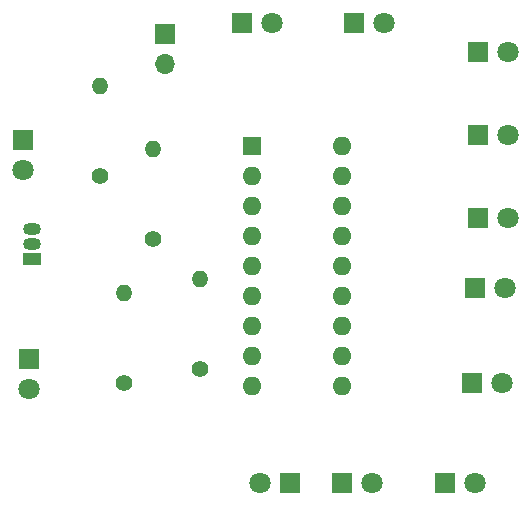
<source format=gbs>
G04 #@! TF.GenerationSoftware,KiCad,Pcbnew,8.0.1*
G04 #@! TF.CreationDate,2024-05-12T16:17:47-04:00*
G04 #@! TF.ProjectId,recyclobot,72656379-636c-46f6-926f-742e6b696361,rev?*
G04 #@! TF.SameCoordinates,Original*
G04 #@! TF.FileFunction,Soldermask,Bot*
G04 #@! TF.FilePolarity,Negative*
%FSLAX46Y46*%
G04 Gerber Fmt 4.6, Leading zero omitted, Abs format (unit mm)*
G04 Created by KiCad (PCBNEW 8.0.1) date 2024-05-12 16:17:47*
%MOMM*%
%LPD*%
G01*
G04 APERTURE LIST*
%ADD10O,1.700000X1.700000*%
%ADD11R,1.700000X1.700000*%
%ADD12R,1.800000X1.800000*%
%ADD13C,1.800000*%
%ADD14R,1.500000X1.050000*%
%ADD15O,1.500000X1.050000*%
%ADD16C,1.400000*%
%ADD17O,1.400000X1.400000*%
%ADD18R,1.600000X1.600000*%
%ADD19O,1.600000X1.600000*%
G04 APERTURE END LIST*
D10*
X120500000Y-87000000D03*
D11*
X120500000Y-84460000D03*
D12*
X146960000Y-100000000D03*
D13*
X149500000Y-100000000D03*
D12*
X108500000Y-93460000D03*
D13*
X108500000Y-96000000D03*
D12*
X109000000Y-111950000D03*
D13*
X109000000Y-114490000D03*
D12*
X146725000Y-106000000D03*
D13*
X149265000Y-106000000D03*
D12*
X136460000Y-83500000D03*
D13*
X139000000Y-83500000D03*
D12*
X146960000Y-86000000D03*
D13*
X149500000Y-86000000D03*
D12*
X127000000Y-83500000D03*
D13*
X129540000Y-83500000D03*
D14*
X109220000Y-103500000D03*
D15*
X109220000Y-102230000D03*
X109220000Y-100960000D03*
D16*
X117005000Y-114045000D03*
D17*
X117005000Y-106425000D03*
D12*
X144225000Y-122500000D03*
D13*
X146765000Y-122500000D03*
D12*
X135460000Y-122500000D03*
D13*
X138000000Y-122500000D03*
D12*
X131050000Y-122500000D03*
D13*
X128510000Y-122500000D03*
D12*
X146460000Y-114000000D03*
D13*
X149000000Y-114000000D03*
D18*
X127880000Y-93960000D03*
D19*
X127880000Y-96500000D03*
X127880000Y-99040000D03*
X127880000Y-101580000D03*
X127880000Y-104120000D03*
X127880000Y-106660000D03*
X127880000Y-109200000D03*
X127880000Y-111740000D03*
X127880000Y-114280000D03*
X135500000Y-114280000D03*
X135500000Y-111740000D03*
X135500000Y-109200000D03*
X135500000Y-106660000D03*
X135500000Y-104120000D03*
X135500000Y-101580000D03*
X135500000Y-99040000D03*
X135500000Y-96500000D03*
X135500000Y-93960000D03*
D16*
X119500000Y-101810000D03*
D17*
X119500000Y-94190000D03*
D16*
X115000000Y-96500000D03*
D17*
X115000000Y-88880000D03*
D16*
X123500000Y-112810000D03*
D17*
X123500000Y-105190000D03*
D12*
X146960000Y-93000000D03*
D13*
X149500000Y-93000000D03*
M02*

</source>
